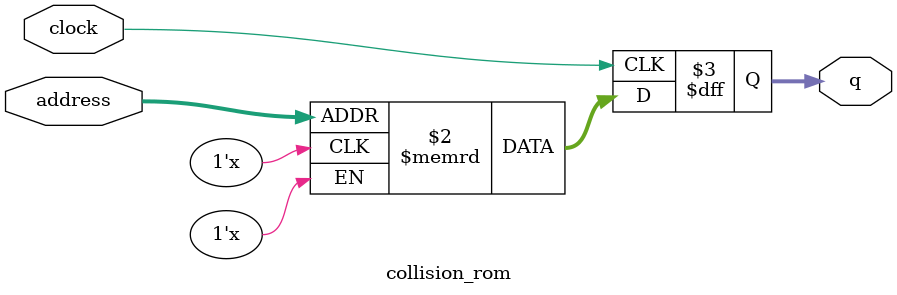
<source format=sv>
module collision_rom (
	input logic clock,
	input logic [18:0] address,
	output logic [2:0] q
);

logic [2:0] memory [0:307199] /* synthesis ram_init_file = "./collision/collision.COE" */;

always_ff @ (posedge clock) begin
	q <= memory[address];
end

endmodule

</source>
